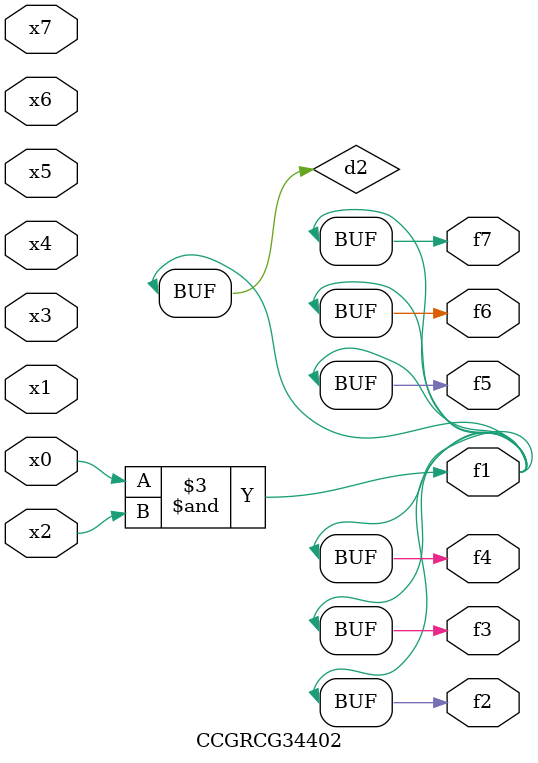
<source format=v>
module CCGRCG34402(
	input x0, x1, x2, x3, x4, x5, x6, x7,
	output f1, f2, f3, f4, f5, f6, f7
);

	wire d1, d2;

	nor (d1, x3, x6);
	and (d2, x0, x2);
	assign f1 = d2;
	assign f2 = d2;
	assign f3 = d2;
	assign f4 = d2;
	assign f5 = d2;
	assign f6 = d2;
	assign f7 = d2;
endmodule

</source>
